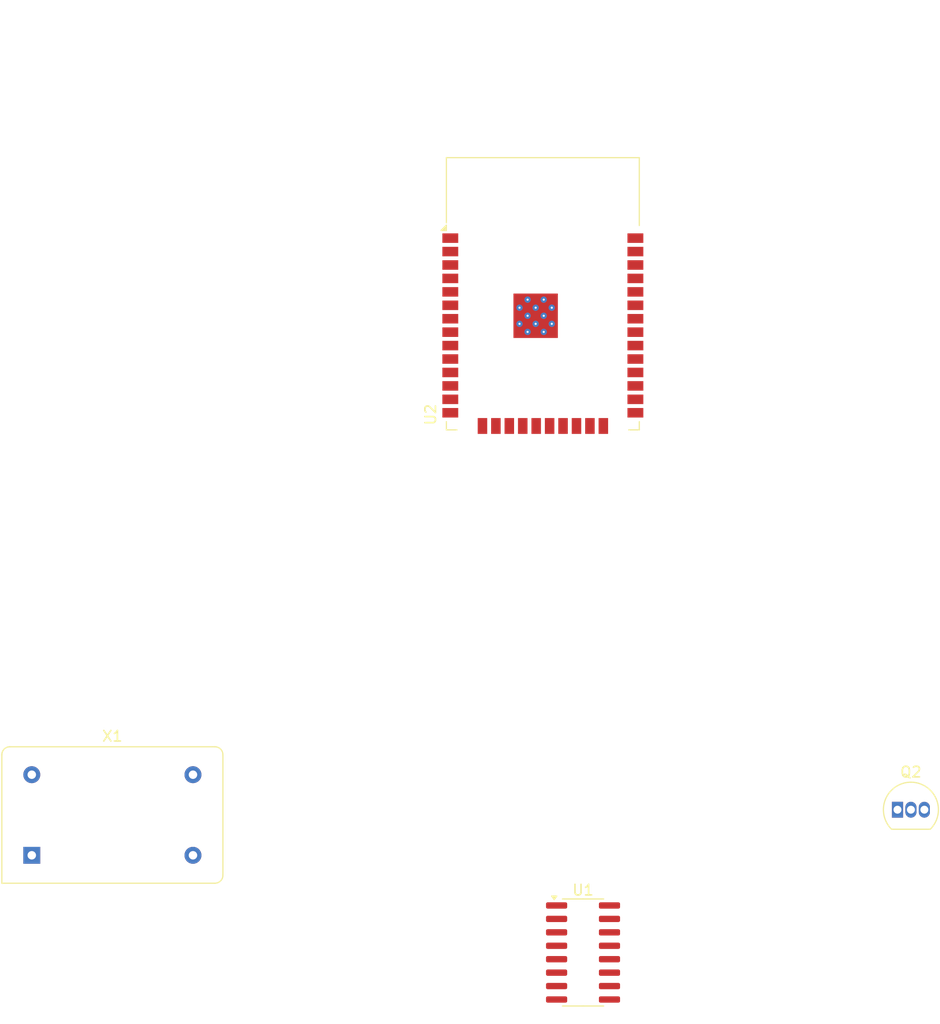
<source format=kicad_pcb>
(kicad_pcb (version 20240108) (generator "pcbnew") (generator_version "8.0")
  (layers (0 "F.Cu" signal) (31 "B.Cu" signal) (34 "B.Paste" user) (35 "F.Paste" user) (36 "B.SilkS" user "B.Silkscreen") (37 "F.SilkS" user "F.Silkscreen") (38 "B.Mask" user) (39 "F.Mask" user) (44 "Edge.Cuts" user))
  (net 0 "")
  (net 1 "+3.3V")
  (net 2 "Net-(Q2-B)")
  (net 3 "Net-(J2-Pin_1)")
  (net 4 "GND")
  (net 6 "Net-(U1-VBG)")
  (net 7 "Net-(U1-INA-)")
  (net 8 "Net-(U1-VFB)")
  (net 9 "Net-(U1-PD_SCK)")
  (net 10 "Net-(U1-DOUT)")
  (net 11 "Net-(U1-INA+)")
  (net 16 "Net-(Q1-D)")
  (footprint "Package_TO_SOT_THT:TO-92_Inline" (layer "F.Cu") (at 113.73 95)
    (property "Reference" "Q2" (at 1.27 -3.56 0) (layer "F.SilkS"))
    (property "Value" "S8550")
    (fp_line (start -0.53 1.85) (end 3.07 1.85) (stroke (width 0.12)) (layer "F.SilkS"))
    (fp_arc (start -0.568478 1.838478) (mid -1.132087 -0.994977) (end 1.27 -2.6) (stroke (width 0.12)) (layer "F.SilkS"))
    (fp_arc (start 1.27 -2.6) (mid 3.672087 -0.994977) (end 3.108478 1.838478) (stroke (width 0.12)) (layer "F.SilkS"))
    (pad "1" thru_hole rect (at 0 0) (size 1.05 1.5) (drill 0.75) (layers "*.Cu" "*.Mask") (net 1 "+3.3V"))
    (pad "2" thru_hole oval (at 1.27 0) (size 1.05 1.5) (drill 0.75) (layers "*.Cu" "*.Mask") (net 2 "Net-(Q2-B)"))
    (pad "3" thru_hole oval (at 2.54 0) (size 1.05 1.5) (drill 0.75) (layers "*.Cu" "*.Mask") (net 3 "Net-(J2-Pin_1)"))
  )
  (footprint "RF_Module:ESP32-WROOM-32" (layer "F.Cu") (at 80.2 49.21)
    (property "Reference" "U2" (at -10.61 8.43 90) (layer "F.SilkS"))
    (property "Value" "ESP32-WROOM-32")
    (fp_line (start -9.12 -15.86) (end -9.12 -9.7) (stroke (width 0.12)) (layer "F.SilkS"))
    (fp_line (start -9.12 -15.86) (end 9.12 -15.86) (stroke (width 0.12)) (layer "F.SilkS"))
    (fp_line (start -9.12 9.1) (end -9.12 9.88) (stroke (width 0.12)) (layer "F.SilkS"))
    (fp_line (start -9.12 9.88) (end -8.12 9.88) (stroke (width 0.12)) (layer "F.SilkS"))
    (fp_line (start 9.12 -15.86) (end 9.12 -9.445) (stroke (width 0.12)) (layer "F.SilkS"))
    (fp_line (start 9.12 9.1) (end 9.12 9.88) (stroke (width 0.12)) (layer "F.SilkS"))
    (fp_line (start 9.12 9.88) (end 8.12 9.88) (stroke (width 0.12)) (layer "F.SilkS"))
    (fp_poly (pts (xy -9.125 -8.975) (xy -9.625 -8.975) (xy -9.125 -9.475) (xy -9.125 -8.975)) (stroke (width 0.12)) (fill solid) (layer "F.SilkS"))
    (pad "1" smd rect (at -8.75 -8.25) (size 1.5 0.9) (layers "F.Cu" "F.Paste" "F.Mask") (net 4 "GND"))
    (pad "2" smd rect (at -8.75 -6.98) (size 1.5 0.9) (layers "F.Cu" "F.Paste" "F.Mask") (net 1 "+3.3V"))
    (pad "3" smd rect (at -8.75 -5.71) (size 1.5 0.9) (layers "F.Cu" "F.Paste" "F.Mask"))
    (pad "4" smd rect (at -8.75 -4.44) (size 1.5 0.9) (layers "F.Cu" "F.Paste" "F.Mask"))
    (pad "5" smd rect (at -8.75 -3.17) (size 1.5 0.9) (layers "F.Cu" "F.Paste" "F.Mask"))
    (pad "6" smd rect (at -8.75 -1.9) (size 1.5 0.9) (layers "F.Cu" "F.Paste" "F.Mask"))
    (pad "7" smd rect (at -8.75 -0.63) (size 1.5 0.9) (layers "F.Cu" "F.Paste" "F.Mask") (net 16 "Net-(Q1-D)"))
    (pad "8" smd rect (at -8.75 0.64) (size 1.5 0.9) (layers "F.Cu" "F.Paste" "F.Mask"))
    (pad "9" smd rect (at -8.75 1.91) (size 1.5 0.9) (layers "F.Cu" "F.Paste" "F.Mask"))
    (pad "10" smd rect (at -8.75 3.18) (size 1.5 0.9) (layers "F.Cu" "F.Paste" "F.Mask"))
    (pad "11" smd rect (at -8.75 4.45) (size 1.5 0.9) (layers "F.Cu" "F.Paste" "F.Mask"))
    (pad "12" smd rect (at -8.75 5.72) (size 1.5 0.9) (layers "F.Cu" "F.Paste" "F.Mask"))
    (pad "13" smd rect (at -8.75 6.99) (size 1.5 0.9) (layers "F.Cu" "F.Paste" "F.Mask"))
    (pad "14" smd rect (at -8.75 8.26) (size 1.5 0.9) (layers "F.Cu" "F.Paste" "F.Mask"))
    (pad "15" smd rect (at -5.71 9.51 90) (size 1.5 0.9) (layers "F.Cu" "F.Paste" "F.Mask") (net 4 "GND"))
    (pad "16" smd rect (at -4.44 9.51 90) (size 1.5 0.9) (layers "F.Cu" "F.Paste" "F.Mask"))
    (pad "17" smd rect (at -3.17 9.51 90) (size 1.5 0.9) (layers "F.Cu" "F.Paste" "F.Mask"))
    (pad "18" smd rect (at -1.9 9.51 90) (size 1.5 0.9) (layers "F.Cu" "F.Paste" "F.Mask"))
    (pad "19" smd rect (at -0.63 9.51 90) (size 1.5 0.9) (layers "F.Cu" "F.Paste" "F.Mask"))
    (pad "20" smd rect (at 0.64 9.51 90) (size 1.5 0.9) (layers "F.Cu" "F.Paste" "F.Mask"))
    (pad "21" smd rect (at 1.91 9.51 90) (size 1.5 0.9) (layers "F.Cu" "F.Paste" "F.Mask"))
    (pad "22" smd rect (at 3.18 9.51 90) (size 1.5 0.9) (layers "F.Cu" "F.Paste" "F.Mask"))
    (pad "23" smd rect (at 4.45 9.51 90) (size 1.5 0.9) (layers "F.Cu" "F.Paste" "F.Mask"))
    (pad "24" smd rect (at 5.72 9.51 90) (size 1.5 0.9) (layers "F.Cu" "F.Paste" "F.Mask"))
    (pad "25" smd rect (at 8.75 8.26) (size 1.5 0.9) (layers "F.Cu" "F.Paste" "F.Mask"))
    (pad "26" smd rect (at 8.75 6.99) (size 1.5 0.9) (layers "F.Cu" "F.Paste" "F.Mask") (net 9 "Net-(U1-PD_SCK)"))
    (pad "27" smd rect (at 8.75 5.72) (size 1.5 0.9) (layers "F.Cu" "F.Paste" "F.Mask") (net 10 "Net-(U1-DOUT)"))
    (pad "28" smd rect (at 8.75 4.45) (size 1.5 0.9) (layers "F.Cu" "F.Paste" "F.Mask"))
    (pad "29" smd rect (at 8.75 3.18) (size 1.5 0.9) (layers "F.Cu" "F.Paste" "F.Mask"))
    (pad "30" smd rect (at 8.75 1.91) (size 1.5 0.9) (layers "F.Cu" "F.Paste" "F.Mask"))
    (pad "31" smd rect (at 8.75 0.64) (size 1.5 0.9) (layers "F.Cu" "F.Paste" "F.Mask"))
    (pad "32" smd rect (at 8.75 -0.63) (size 1.5 0.9) (layers "F.Cu" "F.Paste" "F.Mask"))
    (pad "33" smd rect (at 8.75 -1.9) (size 1.5 0.9) (layers "F.Cu" "F.Paste" "F.Mask"))
    (pad "34" smd rect (at 8.75 -3.17) (size 1.5 0.9) (layers "F.Cu" "F.Paste" "F.Mask"))
    (pad "35" smd rect (at 8.75 -4.44) (size 1.5 0.9) (layers "F.Cu" "F.Paste" "F.Mask"))
    (pad "36" smd rect (at 8.75 -5.71) (size 1.5 0.9) (layers "F.Cu" "F.Paste" "F.Mask"))
    (pad "37" smd rect (at 8.75 -6.98) (size 1.5 0.9) (layers "F.Cu" "F.Paste" "F.Mask"))
    (pad "38" smd rect (at 8.75 -8.25) (size 1.5 0.9) (layers "F.Cu" "F.Paste" "F.Mask") (net 4 "GND"))
    (pad "39" smd rect (at -2.205 -2.435) (size 1.05 1.05) (layers "F.Cu" "F.Paste") (net 4 "GND"))
    (pad "39" thru_hole circle (at -2.205 -1.6725) (size 0.6 0.6) (drill 0.2) (property pad_prop_heatsink) (layers "*.Cu" "F.Mask") (net 4 "GND"))
    (pad "39" smd rect (at -2.205 -0.91) (size 1.05 1.05) (layers "F.Cu" "F.Paste") (net 4 "GND"))
    (pad "39" thru_hole circle (at -2.205 -0.1475) (size 0.6 0.6) (drill 0.2) (property pad_prop_heatsink) (layers "*.Cu" "F.Mask") (net 4 "GND"))
    (pad "39" smd rect (at -2.205 0.615) (size 1.05 1.05) (layers "F.Cu" "F.Paste") (net 4 "GND"))
    (pad "39" thru_hole circle (at -1.4425 -2.435) (size 0.6 0.6) (drill 0.2) (property pad_prop_heatsink) (layers "*.Cu" "F.Mask") (net 4 "GND"))
    (pad "39" thru_hole circle (at -1.4425 -0.91) (size 0.6 0.6) (drill 0.2) (property pad_prop_heatsink) (layers "*.Cu" "F.Mask") (net 4 "GND"))
    (pad "39" thru_hole circle (at -1.4425 0.615) (size 0.6 0.6) (drill 0.2) (property pad_prop_heatsink) (layers "*.Cu" "F.Mask") (net 4 "GND"))
    (pad "39" smd rect (at -0.68 -2.435) (size 1.05 1.05) (layers "F.Cu" "F.Paste") (net 4 "GND"))
    (pad "39" thru_hole circle (at -0.68 -1.6725) (size 0.6 0.6) (drill 0.2) (property pad_prop_heatsink) (layers "*.Cu" "F.Mask") (net 4 "GND"))
    (pad "39" smd rect (at -0.68 -0.91) (size 1.05 1.05) (layers "F.Cu" "F.Paste") (net 4 "GND"))
    (pad "39" smd rect (at -0.68 -0.91) (size 4.2 4.2) (layers "F.Cu" "F.Mask") (net 4 "GND"))
    (pad "39" thru_hole circle (at -0.68 -0.1475) (size 0.6 0.6) (drill 0.2) (property pad_prop_heatsink) (layers "*.Cu" "F.Mask") (net 4 "GND"))
    (pad "39" smd rect (at -0.68 0.615) (size 1.05 1.05) (layers "F.Cu" "F.Paste") (net 4 "GND"))
    (pad "39" thru_hole circle (at 0.0825 -2.435) (size 0.6 0.6) (drill 0.2) (property pad_prop_heatsink) (layers "*.Cu" "F.Mask") (net 4 "GND"))
    (pad "39" thru_hole circle (at 0.0825 -0.91) (size 0.6 0.6) (drill 0.2) (property pad_prop_heatsink) (layers "*.Cu" "F.Mask") (net 4 "GND"))
    (pad "39" thru_hole circle (at 0.0825 0.615) (size 0.6 0.6) (drill 0.2) (property pad_prop_heatsink) (layers "*.Cu" "F.Mask") (net 4 "GND"))
    (pad "39" smd rect (at 0.845 -2.435) (size 1.05 1.05) (layers "F.Cu" "F.Paste") (net 4 "GND"))
    (pad "39" thru_hole circle (at 0.845 -1.6725) (size 0.6 0.6) (drill 0.2) (property pad_prop_heatsink) (layers "*.Cu" "F.Mask") (net 4 "GND"))
    (pad "39" smd rect (at 0.845 -0.91) (size 1.05 1.05) (layers "F.Cu" "F.Paste") (net 4 "GND"))
    (pad "39" thru_hole circle (at 0.845 -0.1475) (size 0.6 0.6) (drill 0.2) (property pad_prop_heatsink) (layers "*.Cu" "F.Mask") (net 4 "GND"))
    (pad "39" smd rect (at 0.845 0.615) (size 1.05 1.05) (layers "F.Cu" "F.Paste") (net 4 "GND"))
  )
  (footprint "Oscillator:Oscillator_DIP-14" (layer "F.Cu") (at 31.88 99.31)
    (property "Reference" "X1" (at 7.62 -11.26 0) (layer "F.SilkS"))
    (property "Value" "ACO-11MHz")
    (fp_line (start -2.83 -9.51) (end -2.83 2.64) (stroke (width 0.12)) (layer "F.SilkS"))
    (fp_line (start -2.83 2.64) (end 17.32 2.64) (stroke (width 0.12)) (layer "F.SilkS"))
    (fp_line (start 17.32 -10.26) (end -2.08 -10.26) (stroke (width 0.12)) (layer "F.SilkS"))
    (fp_line (start 18.07 1.89) (end 18.07 -9.51) (stroke (width 0.12)) (layer "F.SilkS"))
    (fp_arc (start -2.83 -9.51) (mid -2.61033 -10.04033) (end -2.08 -10.26) (stroke (width 0.12)) (layer "F.SilkS"))
    (fp_arc (start 17.32 -10.26) (mid 17.85033 -10.04033) (end 18.07 -9.51) (stroke (width 0.12)) (layer "F.SilkS"))
    (fp_arc (start 18.07 1.89) (mid 17.85033 2.42033) (end 17.32 2.64) (stroke (width 0.12)) (layer "F.SilkS"))
    (pad "1" thru_hole rect (at 0 0) (size 1.6 1.6) (drill 0.8) (layers "*.Cu" "*.Mask"))
    (pad "7" thru_hole circle (at 15.24 0) (size 1.6 1.6) (drill 0.8) (layers "*.Cu" "*.Mask") (net 4 "GND"))
    (pad "8" thru_hole circle (at 15.24 -7.62) (size 1.6 1.6) (drill 0.8) (layers "*.Cu" "*.Mask"))
    (pad "14" thru_hole circle (at 0 -7.62) (size 1.6 1.6) (drill 0.8) (layers "*.Cu" "*.Mask") (net 1 "+3.3V"))
  )
  (footprint "Package_SO:SOP-16_3.9x9.9mm_P1.27mm" (layer "F.Cu") (at 84 108.5)
    (property "Reference" "U1" (at 0 -5.9 0) (layer "F.SilkS"))
    (property "Value" "HX711")
    (fp_line (start 0 -5.06) (end -1.95 -5.06) (stroke (width 0.12)) (layer "F.SilkS"))
    (fp_line (start 0 -5.06) (end 1.95 -5.06) (stroke (width 0.12)) (layer "F.SilkS"))
    (fp_line (start 0 5.06) (end -1.95 5.06) (stroke (width 0.12)) (layer "F.SilkS"))
    (fp_line (start 0 5.06) (end 1.95 5.06) (stroke (width 0.12)) (layer "F.SilkS"))
    (fp_poly (pts (xy -2.725 -5.005) (xy -2.965 -5.335) (xy -2.485 -5.335) (xy -2.725 -5.005)) (stroke (width 0.12)) (fill solid) (layer "F.SilkS"))
    (pad "1" smd roundrect (at -2.5 -4.445) (size 2 0.6) (layers "F.Cu" "F.Paste" "F.Mask") (net 1 "+3.3V"))
    (pad "2" smd roundrect (at -2.5 -3.175) (size 2 0.6) (layers "F.Cu" "F.Paste" "F.Mask") (net 2 "Net-(Q2-B)"))
    (pad "3" smd roundrect (at -2.5 -1.905) (size 2 0.6) (layers "F.Cu" "F.Paste" "F.Mask") (net 3 "Net-(J2-Pin_1)"))
    (pad "4" smd roundrect (at -2.5 -0.635) (size 2 0.6) (layers "F.Cu" "F.Paste" "F.Mask") (net 8 "Net-(U1-VFB)"))
    (pad "5" smd roundrect (at -2.5 0.635) (size 2 0.6) (layers "F.Cu" "F.Paste" "F.Mask") (net 4 "GND"))
    (pad "6" smd roundrect (at -2.5 1.905) (size 2 0.6) (layers "F.Cu" "F.Paste" "F.Mask") (net 6 "Net-(U1-VBG)"))
    (pad "7" smd roundrect (at -2.5 3.175) (size 2 0.6) (layers "F.Cu" "F.Paste" "F.Mask") (net 7 "Net-(U1-INA-)"))
    (pad "8" smd roundrect (at -2.5 4.445) (size 2 0.6) (layers "F.Cu" "F.Paste" "F.Mask") (net 11 "Net-(U1-INA+)"))
    (pad "9" smd roundrect (at 2.5 4.445) (size 2 0.6) (layers "F.Cu" "F.Paste" "F.Mask") (net 4 "GND"))
    (pad "10" smd roundrect (at 2.5 3.175) (size 2 0.6) (layers "F.Cu" "F.Paste" "F.Mask") (net 4 "GND"))
    (pad "11" smd roundrect (at 2.5 1.905) (size 2 0.6) (layers "F.Cu" "F.Paste" "F.Mask") (net 9 "Net-(U1-PD_SCK)"))
    (pad "12" smd roundrect (at 2.5 0.635) (size 2 0.6) (layers "F.Cu" "F.Paste" "F.Mask") (net 10 "Net-(U1-DOUT)"))
    (pad "13" smd roundrect (at 2.5 -0.635) (size 2 0.6) (layers "F.Cu" "F.Paste" "F.Mask"))
    (pad "14" smd roundrect (at 2.5 -1.905) (size 2 0.6) (layers "F.Cu" "F.Paste" "F.Mask") (net 4 "GND"))
    (pad "15" smd roundrect (at 2.5 -3.175) (size 2 0.6) (layers "F.Cu" "F.Paste" "F.Mask") (net 4 "GND"))
    (pad "16" smd roundrect (at 2.5 -4.445) (size 2 0.6) (layers "F.Cu" "F.Paste" "F.Mask") (net 1 "+3.3V"))
  )
)
</source>
